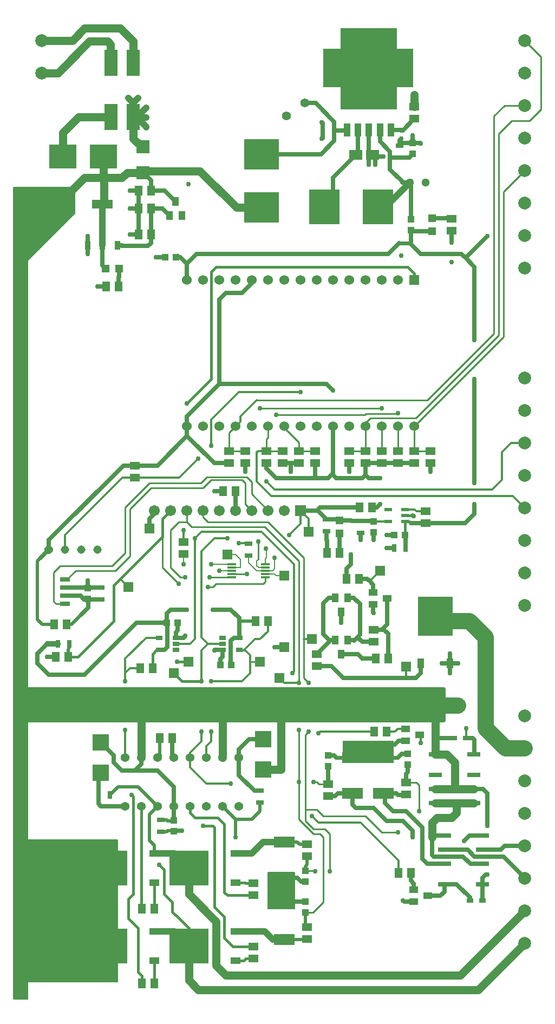
<source format=gbr>
G04 EAGLE Gerber RS-274X export*
G75*
%MOMM*%
%FSLAX34Y34*%
%LPD*%
%INTop Copper*%
%IPPOS*%
%AMOC8*
5,1,8,0,0,1.08239X$1,22.5*%
G01*
%ADD10R,1.524000X1.524000*%
%ADD11C,1.524000*%
%ADD12C,2.000000*%
%ADD13R,8.890000X12.700000*%
%ADD14R,1.066800X2.159000*%
%ADD15R,4.761800X5.511800*%
%ADD16R,2.015300X1.571800*%
%ADD17C,1.300000*%
%ADD18C,1.400000*%
%ADD19R,1.500000X1.300000*%
%ADD20R,1.200000X0.800000*%
%ADD21R,0.800000X1.200000*%
%ADD22R,1.000000X1.100000*%
%ADD23R,1.100000X1.000000*%
%ADD24R,1.200000X0.550000*%
%ADD25R,1.300000X1.500000*%
%ADD26R,1.705100X1.705100*%
%ADD27C,1.705100*%
%ADD28R,1.200000X1.200000*%
%ADD29R,4.241800X3.810000*%
%ADD30P,1.415766X8X22.500000*%
%ADD31C,1.308000*%
%ADD32R,1.600200X0.711200*%
%ADD33R,1.400000X1.000000*%
%ADD34R,1.000000X1.400000*%
%ADD35R,5.400000X6.200000*%
%ADD36R,1.000000X1.600000*%
%ADD37C,1.366500*%
%ADD38R,6.200000X5.400000*%
%ADD39R,1.600000X1.000000*%
%ADD40R,0.990000X0.690000*%
%ADD41R,2.540000X2.540000*%
%ADD42R,3.200000X1.800000*%
%ADD43R,2.000000X2.000000*%
%ADD44R,0.950000X1.320000*%
%ADD45R,3.250000X1.320000*%
%ADD46R,2.111800X4.111800*%
%ADD47R,5.511800X4.761800*%
%ADD48R,2.032000X0.711200*%
%ADD49R,1.000000X0.800000*%
%ADD50R,1.500000X1.500000*%
%ADD51R,1.419200X0.371800*%
%ADD52C,0.635000*%
%ADD53C,0.756400*%
%ADD54C,0.406400*%
%ADD55C,1.270000*%
%ADD56C,1.016000*%
%ADD57C,0.609600*%
%ADD58C,0.304800*%
%ADD59C,0.203200*%
%ADD60C,0.508000*%
%ADD61C,0.812800*%
%ADD62C,0.254000*%
%ADD63C,2.540000*%

G36*
X35580Y12704D02*
X35580Y12704D01*
X35599Y12702D01*
X35701Y12724D01*
X35803Y12740D01*
X35820Y12750D01*
X35840Y12754D01*
X35929Y12807D01*
X36020Y12856D01*
X36034Y12870D01*
X36051Y12880D01*
X36118Y12959D01*
X36190Y13034D01*
X36198Y13052D01*
X36211Y13067D01*
X36250Y13163D01*
X36293Y13257D01*
X36295Y13277D01*
X36303Y13295D01*
X36321Y13462D01*
X36321Y39371D01*
X175260Y39371D01*
X175378Y39386D01*
X175497Y39393D01*
X175535Y39406D01*
X175576Y39411D01*
X175686Y39454D01*
X175799Y39491D01*
X175834Y39513D01*
X175871Y39528D01*
X175967Y39598D01*
X176068Y39661D01*
X176096Y39691D01*
X176129Y39714D01*
X176205Y39806D01*
X176286Y39893D01*
X176306Y39928D01*
X176331Y39959D01*
X176382Y40067D01*
X176440Y40171D01*
X176450Y40211D01*
X176467Y40247D01*
X176489Y40364D01*
X176519Y40479D01*
X176523Y40540D01*
X176527Y40560D01*
X176525Y40580D01*
X176529Y40640D01*
X176529Y261620D01*
X176514Y261738D01*
X176507Y261857D01*
X176494Y261895D01*
X176489Y261936D01*
X176446Y262046D01*
X176409Y262159D01*
X176387Y262194D01*
X176372Y262231D01*
X176303Y262327D01*
X176239Y262428D01*
X176209Y262456D01*
X176186Y262489D01*
X176094Y262565D01*
X176007Y262646D01*
X175972Y262666D01*
X175941Y262691D01*
X175833Y262742D01*
X175729Y262800D01*
X175689Y262810D01*
X175653Y262827D01*
X175536Y262849D01*
X175421Y262879D01*
X175361Y262883D01*
X175341Y262887D01*
X175320Y262885D01*
X175260Y262889D01*
X36321Y262889D01*
X36321Y446406D01*
X685800Y446406D01*
X685827Y446408D01*
X685854Y446406D01*
X686078Y446428D01*
X686302Y446446D01*
X686328Y446452D01*
X686356Y446455D01*
X686574Y446512D01*
X686791Y446565D01*
X686816Y446575D01*
X686843Y446582D01*
X687049Y446673D01*
X687256Y446759D01*
X687279Y446774D01*
X687304Y446785D01*
X687493Y446907D01*
X687683Y447025D01*
X687704Y447043D01*
X687727Y447058D01*
X687894Y447208D01*
X688064Y447355D01*
X688081Y447376D01*
X688102Y447394D01*
X688243Y447569D01*
X688387Y447741D01*
X688401Y447764D01*
X688418Y447785D01*
X688530Y447980D01*
X688645Y448173D01*
X688656Y448198D01*
X688669Y448222D01*
X688749Y448432D01*
X688832Y448641D01*
X688838Y448667D01*
X688848Y448693D01*
X688893Y448913D01*
X688942Y449132D01*
X688944Y449159D01*
X688950Y449186D01*
X688974Y449580D01*
X688974Y497840D01*
X688972Y497867D01*
X688974Y497894D01*
X688952Y498118D01*
X688934Y498342D01*
X688928Y498368D01*
X688925Y498396D01*
X688868Y498614D01*
X688816Y498831D01*
X688805Y498856D01*
X688798Y498883D01*
X688707Y499089D01*
X688621Y499296D01*
X688606Y499319D01*
X688595Y499344D01*
X688473Y499533D01*
X688355Y499723D01*
X688337Y499744D01*
X688322Y499767D01*
X688172Y499934D01*
X688025Y500104D01*
X688004Y500121D01*
X687986Y500142D01*
X687811Y500283D01*
X687639Y500427D01*
X687616Y500441D01*
X687595Y500458D01*
X687400Y500570D01*
X687207Y500685D01*
X687182Y500696D01*
X687158Y500709D01*
X686948Y500789D01*
X686739Y500872D01*
X686713Y500878D01*
X686687Y500888D01*
X686467Y500933D01*
X686248Y500982D01*
X686221Y500984D01*
X686194Y500990D01*
X685800Y501014D01*
X36321Y501014D01*
X36321Y1168085D01*
X109758Y1241522D01*
X109811Y1241596D01*
X109871Y1241665D01*
X109883Y1241695D01*
X109902Y1241721D01*
X109929Y1241808D01*
X109963Y1241893D01*
X109967Y1241934D01*
X109974Y1241957D01*
X109973Y1241989D01*
X109981Y1242060D01*
X109981Y1282700D01*
X109978Y1282720D01*
X109980Y1282739D01*
X109958Y1282841D01*
X109942Y1282943D01*
X109932Y1282960D01*
X109928Y1282980D01*
X109875Y1283069D01*
X109826Y1283160D01*
X109812Y1283174D01*
X109802Y1283191D01*
X109723Y1283258D01*
X109648Y1283330D01*
X109630Y1283338D01*
X109615Y1283351D01*
X109519Y1283390D01*
X109425Y1283433D01*
X109405Y1283435D01*
X109387Y1283443D01*
X109220Y1283461D01*
X13462Y1283461D01*
X13442Y1283458D01*
X13423Y1283460D01*
X13321Y1283438D01*
X13219Y1283422D01*
X13202Y1283412D01*
X13182Y1283408D01*
X13093Y1283355D01*
X13002Y1283306D01*
X12988Y1283292D01*
X12971Y1283282D01*
X12904Y1283203D01*
X12832Y1283128D01*
X12824Y1283110D01*
X12811Y1283095D01*
X12772Y1282999D01*
X12729Y1282905D01*
X12727Y1282885D01*
X12719Y1282867D01*
X12701Y1282700D01*
X12701Y13462D01*
X12704Y13442D01*
X12702Y13423D01*
X12724Y13321D01*
X12740Y13219D01*
X12750Y13202D01*
X12754Y13182D01*
X12807Y13093D01*
X12856Y13002D01*
X12870Y12988D01*
X12880Y12971D01*
X12959Y12904D01*
X13034Y12832D01*
X13052Y12824D01*
X13067Y12811D01*
X13163Y12772D01*
X13257Y12729D01*
X13277Y12727D01*
X13295Y12719D01*
X13462Y12701D01*
X35560Y12701D01*
X35580Y12704D01*
G37*
G36*
X637560Y1439422D02*
X637560Y1439422D01*
X637579Y1439420D01*
X637681Y1439442D01*
X637783Y1439459D01*
X637800Y1439468D01*
X637820Y1439472D01*
X637909Y1439525D01*
X638000Y1439574D01*
X638014Y1439588D01*
X638031Y1439598D01*
X638098Y1439677D01*
X638170Y1439752D01*
X638178Y1439770D01*
X638191Y1439785D01*
X638230Y1439881D01*
X638273Y1439975D01*
X638275Y1439995D01*
X638283Y1440013D01*
X638301Y1440180D01*
X638301Y1498600D01*
X638298Y1498620D01*
X638300Y1498639D01*
X638278Y1498741D01*
X638262Y1498843D01*
X638252Y1498860D01*
X638248Y1498880D01*
X638195Y1498969D01*
X638146Y1499060D01*
X638132Y1499074D01*
X638122Y1499091D01*
X638043Y1499158D01*
X637968Y1499230D01*
X637950Y1499238D01*
X637935Y1499251D01*
X637839Y1499290D01*
X637745Y1499333D01*
X637725Y1499335D01*
X637707Y1499343D01*
X637540Y1499361D01*
X497840Y1499361D01*
X497820Y1499358D01*
X497801Y1499360D01*
X497699Y1499338D01*
X497597Y1499322D01*
X497580Y1499312D01*
X497560Y1499308D01*
X497471Y1499255D01*
X497380Y1499206D01*
X497366Y1499192D01*
X497349Y1499182D01*
X497282Y1499103D01*
X497211Y1499028D01*
X497202Y1499010D01*
X497189Y1498995D01*
X497150Y1498899D01*
X497107Y1498805D01*
X497105Y1498785D01*
X497097Y1498767D01*
X497079Y1498600D01*
X497079Y1440180D01*
X497082Y1440160D01*
X497080Y1440141D01*
X497102Y1440039D01*
X497119Y1439937D01*
X497128Y1439920D01*
X497132Y1439900D01*
X497185Y1439811D01*
X497234Y1439720D01*
X497248Y1439706D01*
X497258Y1439689D01*
X497337Y1439622D01*
X497412Y1439551D01*
X497430Y1439542D01*
X497445Y1439529D01*
X497541Y1439490D01*
X497635Y1439447D01*
X497655Y1439445D01*
X497673Y1439437D01*
X497840Y1439419D01*
X637540Y1439419D01*
X637560Y1439422D01*
G37*
G36*
X607080Y382782D02*
X607080Y382782D01*
X607099Y382780D01*
X607201Y382802D01*
X607303Y382819D01*
X607320Y382828D01*
X607340Y382832D01*
X607429Y382885D01*
X607520Y382934D01*
X607534Y382948D01*
X607551Y382958D01*
X607618Y383037D01*
X607690Y383112D01*
X607698Y383130D01*
X607711Y383145D01*
X607750Y383241D01*
X607793Y383335D01*
X607795Y383355D01*
X607803Y383373D01*
X607821Y383540D01*
X607821Y416560D01*
X607818Y416580D01*
X607820Y416599D01*
X607798Y416701D01*
X607782Y416803D01*
X607772Y416820D01*
X607768Y416840D01*
X607715Y416929D01*
X607666Y417020D01*
X607652Y417034D01*
X607642Y417051D01*
X607563Y417118D01*
X607488Y417190D01*
X607470Y417198D01*
X607455Y417211D01*
X607359Y417250D01*
X607265Y417293D01*
X607245Y417295D01*
X607227Y417303D01*
X607060Y417321D01*
X528320Y417321D01*
X528300Y417318D01*
X528281Y417320D01*
X528179Y417298D01*
X528077Y417282D01*
X528060Y417272D01*
X528040Y417268D01*
X527951Y417215D01*
X527860Y417166D01*
X527846Y417152D01*
X527829Y417142D01*
X527762Y417063D01*
X527691Y416988D01*
X527682Y416970D01*
X527669Y416955D01*
X527630Y416859D01*
X527587Y416765D01*
X527585Y416745D01*
X527577Y416727D01*
X527559Y416560D01*
X527559Y383540D01*
X527562Y383520D01*
X527560Y383501D01*
X527582Y383399D01*
X527599Y383297D01*
X527608Y383280D01*
X527612Y383260D01*
X527665Y383171D01*
X527714Y383080D01*
X527728Y383066D01*
X527738Y383049D01*
X527817Y382982D01*
X527892Y382911D01*
X527910Y382902D01*
X527925Y382889D01*
X528021Y382850D01*
X528115Y382807D01*
X528135Y382805D01*
X528153Y382797D01*
X528320Y382779D01*
X607060Y382779D01*
X607080Y382782D01*
G37*
G36*
X452238Y153686D02*
X452238Y153686D01*
X452357Y153693D01*
X452395Y153706D01*
X452436Y153711D01*
X452546Y153754D01*
X452659Y153791D01*
X452694Y153813D01*
X452731Y153828D01*
X452827Y153898D01*
X452928Y153961D01*
X452956Y153991D01*
X452989Y154014D01*
X453065Y154106D01*
X453146Y154193D01*
X453166Y154228D01*
X453191Y154259D01*
X453242Y154367D01*
X453300Y154471D01*
X453310Y154511D01*
X453327Y154547D01*
X453349Y154664D01*
X453379Y154779D01*
X453383Y154840D01*
X453387Y154860D01*
X453385Y154880D01*
X453389Y154940D01*
X453389Y210820D01*
X453374Y210938D01*
X453367Y211057D01*
X453354Y211095D01*
X453349Y211136D01*
X453306Y211246D01*
X453269Y211359D01*
X453247Y211394D01*
X453232Y211431D01*
X453163Y211527D01*
X453099Y211628D01*
X453069Y211656D01*
X453046Y211689D01*
X452954Y211765D01*
X452867Y211846D01*
X452832Y211866D01*
X452801Y211891D01*
X452693Y211942D01*
X452589Y212000D01*
X452549Y212010D01*
X452513Y212027D01*
X452396Y212049D01*
X452281Y212079D01*
X452221Y212083D01*
X452201Y212087D01*
X452180Y212085D01*
X452120Y212089D01*
X411480Y212089D01*
X411362Y212074D01*
X411243Y212067D01*
X411205Y212054D01*
X411164Y212049D01*
X411054Y212006D01*
X410941Y211969D01*
X410906Y211947D01*
X410869Y211932D01*
X410773Y211863D01*
X410672Y211799D01*
X410644Y211769D01*
X410611Y211746D01*
X410536Y211654D01*
X410454Y211567D01*
X410434Y211532D01*
X410409Y211501D01*
X410358Y211393D01*
X410300Y211289D01*
X410290Y211249D01*
X410273Y211213D01*
X410251Y211096D01*
X410221Y210981D01*
X410217Y210921D01*
X410213Y210901D01*
X410215Y210880D01*
X410214Y210871D01*
X410213Y210868D01*
X410214Y210864D01*
X410211Y210820D01*
X410211Y154940D01*
X410226Y154822D01*
X410233Y154703D01*
X410246Y154665D01*
X410251Y154624D01*
X410294Y154514D01*
X410331Y154401D01*
X410353Y154366D01*
X410368Y154329D01*
X410438Y154233D01*
X410501Y154132D01*
X410531Y154104D01*
X410554Y154071D01*
X410646Y153996D01*
X410733Y153914D01*
X410768Y153894D01*
X410799Y153869D01*
X410907Y153818D01*
X411011Y153760D01*
X411051Y153750D01*
X411087Y153733D01*
X411204Y153711D01*
X411319Y153681D01*
X411380Y153677D01*
X411400Y153673D01*
X411420Y153675D01*
X411480Y153671D01*
X452120Y153671D01*
X452238Y153686D01*
G37*
D10*
X640080Y1137920D03*
D11*
X614680Y1137920D03*
X589280Y1137920D03*
X563880Y1137920D03*
X538480Y1137920D03*
X513080Y1137920D03*
X487680Y1137920D03*
X462280Y1137920D03*
X436880Y1137920D03*
X411480Y1137920D03*
X386080Y1137920D03*
X360680Y1137920D03*
X335280Y1137920D03*
X309880Y1137920D03*
X284480Y1137920D03*
X640080Y909320D03*
X614680Y909320D03*
X589280Y909320D03*
X563880Y909320D03*
X538480Y909320D03*
X513080Y909320D03*
X487680Y909320D03*
X462280Y909320D03*
X436880Y909320D03*
X411480Y909320D03*
X386080Y909320D03*
X360680Y909320D03*
X335280Y909320D03*
X309880Y909320D03*
X284480Y909320D03*
D12*
X56892Y1512527D03*
X56892Y1461727D03*
D13*
X568960Y1468120D03*
D14*
X534924Y1372108D03*
X551942Y1372108D03*
X568960Y1372108D03*
X585978Y1372108D03*
X602996Y1372108D03*
D15*
X499270Y1252220D03*
X582770Y1252220D03*
D16*
X548340Y1333500D03*
X574340Y1333500D03*
D17*
X632660Y1290320D03*
X657660Y1290320D03*
D18*
X468995Y1414658D03*
X440325Y1394582D03*
D19*
X640080Y1409040D03*
X640080Y1390040D03*
D20*
X617220Y1329580D03*
X617220Y1347580D03*
D21*
X514460Y1371600D03*
X496460Y1371600D03*
D22*
X637540Y1335160D03*
X637540Y1352160D03*
X635000Y1232780D03*
X635000Y1215780D03*
D23*
X250580Y1173480D03*
X267580Y1173480D03*
D24*
X625140Y760120D03*
X625140Y769620D03*
X625140Y779120D03*
X599140Y779120D03*
X599140Y760120D03*
D20*
X556260Y760840D03*
X556260Y742840D03*
D22*
X576580Y760340D03*
X576580Y743340D03*
D25*
X573380Y782320D03*
X554380Y782320D03*
D21*
X626220Y718820D03*
X608220Y718820D03*
D23*
X625720Y739140D03*
X608720Y739140D03*
D19*
X657860Y757580D03*
X657860Y776580D03*
D26*
X462280Y777240D03*
D27*
X436880Y777240D03*
X411480Y777240D03*
X386080Y777240D03*
X360680Y777240D03*
X335280Y777240D03*
X309880Y777240D03*
X284480Y777240D03*
X259080Y777240D03*
X233680Y777240D03*
D20*
X502920Y745380D03*
X502920Y763380D03*
D25*
X341020Y807720D03*
X360020Y807720D03*
D19*
X614680Y870560D03*
X614680Y851560D03*
X589280Y870560D03*
X589280Y851560D03*
D28*
X178140Y1155700D03*
X157140Y1155700D03*
X668020Y1234780D03*
X668020Y1213780D03*
X523240Y741340D03*
X523240Y762340D03*
D25*
X158140Y1127760D03*
X177140Y1127760D03*
D19*
X698500Y1214780D03*
X698500Y1233780D03*
D25*
X503580Y711200D03*
X522580Y711200D03*
D29*
X90170Y1330960D03*
X153924Y1330960D03*
D12*
X812796Y984461D03*
X812796Y933661D03*
X812796Y882861D03*
X812796Y832061D03*
X812796Y781261D03*
X812796Y730461D03*
X812796Y679661D03*
X812796Y628861D03*
D19*
X459740Y851560D03*
X459740Y870560D03*
X485140Y870560D03*
X485140Y851560D03*
X434340Y851560D03*
X434340Y870560D03*
X408940Y870560D03*
X408940Y851560D03*
D12*
X812796Y1512527D03*
X812796Y1461727D03*
X812796Y1410927D03*
X812796Y1360127D03*
X812796Y1309327D03*
X812796Y1258527D03*
X812796Y1207727D03*
X812796Y1156927D03*
D19*
X640080Y870560D03*
X640080Y851560D03*
X350520Y870560D03*
X350520Y851560D03*
X563880Y870560D03*
X563880Y851560D03*
X538480Y851560D03*
X538480Y870560D03*
X375920Y851560D03*
X375920Y870560D03*
X665480Y851560D03*
X665480Y870560D03*
D30*
X68580Y716280D03*
D31*
X93980Y716280D03*
X119380Y716280D03*
X144780Y716280D03*
D19*
X203200Y828700D03*
X203200Y847700D03*
D32*
X93980Y631190D03*
X93980Y643890D03*
X93980Y656590D03*
X93980Y669290D03*
D25*
X76860Y599440D03*
X95860Y599440D03*
D22*
X129540Y639200D03*
X129540Y656200D03*
D20*
X149860Y638700D03*
X149860Y656700D03*
D21*
X82440Y568960D03*
X100440Y568960D03*
D25*
X79400Y548640D03*
X98400Y548640D03*
D12*
X812796Y456395D03*
X812796Y405595D03*
X812796Y354795D03*
X812796Y303995D03*
X812796Y253195D03*
X812796Y202395D03*
X812796Y151595D03*
X812796Y100795D03*
D33*
X597740Y640080D03*
X575740Y630580D03*
X575740Y649580D03*
D34*
X525780Y552880D03*
X516280Y574880D03*
X535280Y574880D03*
D35*
X673100Y611740D03*
D36*
X650300Y538740D03*
X695900Y538740D03*
D19*
X487680Y553060D03*
X487680Y534060D03*
D25*
X598780Y546100D03*
X579780Y546100D03*
D19*
X576580Y591160D03*
X576580Y572160D03*
D25*
X534060Y670560D03*
X553060Y670560D03*
D34*
X535280Y640920D03*
X525780Y618920D03*
X516280Y640920D03*
D37*
X365760Y391160D03*
X340360Y391160D03*
X314960Y391160D03*
X289560Y391160D03*
X264160Y391160D03*
X238760Y391160D03*
X213360Y391160D03*
X187960Y391160D03*
X187960Y314960D03*
X213360Y314960D03*
X238760Y314960D03*
X264160Y314960D03*
X289560Y314960D03*
X314960Y314960D03*
X340360Y314960D03*
X365760Y314960D03*
D38*
X160420Y218440D03*
D39*
X233420Y195640D03*
X233420Y241240D03*
D38*
X287420Y218440D03*
D39*
X360420Y195640D03*
X360420Y241240D03*
D38*
X160420Y96520D03*
D39*
X233420Y73720D03*
X233420Y119320D03*
D38*
X287420Y96520D03*
D39*
X360420Y73720D03*
X360420Y119320D03*
D40*
X340160Y578460D03*
X340160Y568960D03*
X340160Y559460D03*
X366060Y559460D03*
X366060Y578460D03*
X266900Y559460D03*
X266900Y568960D03*
X266900Y578460D03*
X241000Y578460D03*
X241000Y559460D03*
D20*
X398780Y321200D03*
X398780Y339200D03*
D21*
X145940Y332740D03*
X163940Y332740D03*
D22*
X264160Y292980D03*
X264160Y275980D03*
D25*
X241960Y421640D03*
X260960Y421640D03*
D41*
X403860Y419735D03*
X403860Y372745D03*
X149860Y367665D03*
X149860Y414655D03*
D19*
X472440Y236880D03*
X472440Y255880D03*
D22*
X469900Y214240D03*
X469900Y197240D03*
D42*
X436880Y203140D03*
X436880Y259140D03*
X436880Y162620D03*
X436880Y106620D03*
D19*
X472440Y107340D03*
X472440Y126340D03*
D22*
X469900Y148980D03*
X469900Y165980D03*
D43*
X215900Y1305880D03*
X215900Y1345880D03*
D44*
X129400Y1191880D03*
X152400Y1191880D03*
X175400Y1191880D03*
D45*
X152400Y1256680D03*
D25*
X208940Y1209040D03*
X227940Y1209040D03*
D34*
X266700Y1260680D03*
X276200Y1238680D03*
X257200Y1238680D03*
D25*
X227940Y1277620D03*
X208940Y1277620D03*
X208940Y1249680D03*
X227940Y1249680D03*
D46*
X165380Y1477600D03*
X165380Y1392600D03*
X200380Y1392600D03*
X200380Y1477600D03*
D47*
X401320Y1251110D03*
X401320Y1334610D03*
D23*
X253120Y601980D03*
X270120Y601980D03*
X336940Y535940D03*
X353940Y535940D03*
D19*
X627380Y352400D03*
X627380Y333400D03*
D22*
X629920Y380120D03*
X629920Y397120D03*
D42*
X591820Y391220D03*
X591820Y335220D03*
X543560Y391220D03*
X543560Y335220D03*
D19*
X505460Y330860D03*
X505460Y349860D03*
D22*
X505460Y377580D03*
X505460Y394580D03*
D48*
X746760Y193040D03*
X746760Y225040D03*
X746760Y247040D03*
X746760Y269040D03*
X686760Y269040D03*
X686760Y247040D03*
X686760Y225040D03*
X686760Y193040D03*
X673100Y396240D03*
X673100Y364240D03*
X673100Y342240D03*
X673100Y320240D03*
X733100Y320240D03*
X733100Y342240D03*
X733100Y364240D03*
X733100Y396240D03*
D33*
X661240Y175260D03*
X639240Y165760D03*
X639240Y184760D03*
D25*
X615340Y210820D03*
X634340Y210820D03*
D33*
X648540Y426720D03*
X626540Y417220D03*
X626540Y436220D03*
D25*
X577240Y431800D03*
X596240Y431800D03*
D49*
X726600Y167640D03*
X746600Y167640D03*
X721200Y421640D03*
X701200Y421640D03*
D50*
X226060Y749300D03*
X480060Y576580D03*
X429260Y515620D03*
X193040Y657860D03*
X436880Y563880D03*
X264160Y523240D03*
X398780Y541020D03*
X287020Y541020D03*
X627380Y533400D03*
X586740Y683260D03*
X474980Y744220D03*
D51*
X354787Y693260D03*
X354787Y688260D03*
X354787Y683260D03*
X354787Y678260D03*
X354787Y673260D03*
X407213Y673260D03*
X407213Y678260D03*
X407213Y683260D03*
X407213Y688260D03*
X407213Y693260D03*
D19*
X279400Y709320D03*
X279400Y728320D03*
D50*
X347980Y708660D03*
X436880Y675640D03*
D20*
X381000Y725280D03*
X381000Y707280D03*
X243840Y293480D03*
X243840Y275480D03*
D25*
X214020Y154940D03*
X233020Y154940D03*
X233020Y38100D03*
X214020Y38100D03*
D19*
X388620Y175920D03*
X388620Y194920D03*
X388620Y76860D03*
X388620Y95860D03*
D25*
X410820Y604520D03*
X391820Y604520D03*
X211480Y530860D03*
X230480Y530860D03*
D52*
X208940Y1209040D02*
X208940Y1249680D01*
X208940Y1277620D01*
X568960Y1333500D02*
X568960Y1372108D01*
X568960Y1333500D02*
X574340Y1333500D01*
X341020Y807720D02*
X327660Y807720D01*
D53*
X327660Y807720D03*
D52*
X502920Y745380D02*
X502920Y731520D01*
D53*
X502920Y731520D03*
D52*
X250580Y1173480D02*
X236220Y1173480D01*
D53*
X236220Y1173480D03*
D52*
X665480Y851560D02*
X665480Y838200D01*
D53*
X665480Y838200D03*
D52*
X538480Y838200D02*
X538480Y851560D01*
D53*
X538480Y838200D03*
D52*
X129540Y1191740D02*
X129400Y1191880D01*
X129540Y1191740D02*
X129540Y1178560D01*
D53*
X129540Y1178560D03*
D52*
X129400Y1191880D02*
X129400Y1206360D01*
X129540Y1206500D01*
D53*
X129540Y1206500D03*
D52*
X144780Y1127760D02*
X158140Y1127760D01*
D53*
X144780Y1127760D03*
D52*
X503580Y730860D02*
X503580Y711200D01*
X503580Y730860D02*
X502920Y731520D01*
X208940Y1277620D02*
X195580Y1277620D01*
D53*
X195580Y1277620D03*
X193040Y1422400D03*
X208280Y1422400D03*
X220980Y1407160D03*
X220980Y1391920D03*
X220980Y1376680D03*
D52*
X208940Y1249680D02*
X195580Y1249680D01*
D53*
X195580Y1249680D03*
D52*
X195580Y1209040D02*
X208940Y1209040D01*
D53*
X195580Y1209040D03*
D52*
X375920Y851560D02*
X375920Y838200D01*
D53*
X375920Y838200D03*
D52*
X434340Y851560D02*
X447040Y851560D01*
X459740Y851560D01*
X447040Y851560D02*
X447040Y838200D01*
D53*
X447040Y838200D03*
D52*
X129150Y656590D02*
X93980Y656590D01*
X129150Y656590D02*
X129540Y656200D01*
X130040Y656700D02*
X149860Y656700D01*
X130040Y656700D02*
X129540Y656200D01*
X129540Y668020D01*
D53*
X129540Y668020D03*
D52*
X79400Y548640D02*
X66040Y548640D01*
D53*
X66040Y548640D03*
X556260Y731520D03*
D52*
X556260Y742840D01*
X576580Y743340D02*
X576580Y731520D01*
D53*
X576580Y731520D03*
D52*
X596900Y739140D02*
X608720Y739140D01*
D53*
X596900Y739140D03*
D52*
X596900Y718820D02*
X608220Y718820D01*
D53*
X596900Y718820D03*
D54*
X625140Y769620D02*
X637463Y769620D01*
D52*
X638349Y768734D02*
X638810Y768734D01*
D53*
X638810Y768734D03*
D52*
X638349Y768734D02*
X637463Y769620D01*
D55*
X640080Y1409040D02*
X640080Y1427480D01*
D53*
X640080Y1427480D03*
D52*
X496460Y1383140D02*
X496460Y1371600D01*
X496460Y1383140D02*
X495300Y1384300D01*
D53*
X495300Y1384300D03*
D52*
X496460Y1360060D02*
X495300Y1358900D01*
D53*
X495300Y1358900D03*
D52*
X568960Y1328120D02*
X574340Y1333500D01*
X568960Y1328120D02*
X568960Y1318260D01*
D53*
X568960Y1318260D03*
D52*
X579120Y1328720D02*
X574340Y1333500D01*
X579120Y1328720D02*
X579120Y1318260D01*
D53*
X579120Y1318260D03*
D52*
X581660Y1333500D02*
X574340Y1333500D01*
X584200Y1330960D02*
X591820Y1330960D01*
X584200Y1330960D02*
X581660Y1333500D01*
D53*
X591820Y1330960D03*
X505460Y1478280D03*
X505460Y1463040D03*
X505460Y1493520D03*
X505460Y1447800D03*
X632460Y1445260D03*
X632460Y1460500D03*
X632460Y1475740D03*
X632460Y1490980D03*
D52*
X621800Y1352160D02*
X617220Y1347580D01*
X621800Y1352160D02*
X637540Y1352160D01*
X649360Y1352160D01*
X650240Y1351280D01*
D53*
X650240Y1351280D03*
D52*
X637540Y1352160D02*
X637540Y1363980D01*
D53*
X637540Y1363980D03*
D52*
X617220Y1356360D02*
X617220Y1347580D01*
X617220Y1356360D02*
X619760Y1358900D01*
D53*
X619760Y1358900D03*
D52*
X496460Y1360060D02*
X496460Y1371600D01*
X698500Y1214780D02*
X698500Y1196340D01*
D53*
X698500Y1196340D03*
D52*
X525780Y618920D02*
X525780Y601980D01*
D53*
X525780Y601980D03*
D52*
X575740Y618060D02*
X575740Y630580D01*
X575740Y618060D02*
X576580Y617220D01*
D53*
X576580Y617220D03*
D52*
X695640Y538480D02*
X695900Y538740D01*
X695640Y538480D02*
X683260Y538480D01*
D53*
X683260Y538480D03*
D52*
X695900Y538740D02*
X695900Y523300D01*
X695960Y523240D01*
D53*
X695960Y523240D03*
D52*
X695900Y538740D02*
X708400Y538740D01*
X708660Y538480D01*
D53*
X708660Y538480D03*
D52*
X695960Y538800D02*
X695900Y538740D01*
X695960Y538800D02*
X695960Y553720D01*
D53*
X695960Y553720D03*
D52*
X266900Y578460D02*
X266900Y586940D01*
X270120Y590160D02*
X270120Y601980D01*
X270120Y590160D02*
X266900Y586940D01*
X266900Y578460D02*
X278740Y578460D01*
X281940Y581660D01*
D53*
X281940Y581660D03*
D52*
X340160Y559460D02*
X340160Y548840D01*
X340360Y548640D01*
X336940Y545220D02*
X336940Y535940D01*
X336940Y545220D02*
X340360Y548640D01*
X340160Y559460D02*
X328320Y559460D01*
X327660Y558800D01*
D53*
X327660Y558800D03*
D52*
X241960Y394360D02*
X238760Y391160D01*
X265040Y276860D02*
X276860Y276860D01*
X265040Y276860D02*
X264160Y275980D01*
D53*
X276860Y276860D03*
D52*
X436880Y203140D02*
X457260Y203140D01*
X463160Y197240D02*
X469900Y197240D01*
X463160Y197240D02*
X457260Y203140D01*
X447920Y165980D02*
X469900Y165980D01*
X444560Y162620D02*
X436880Y162620D01*
X444560Y162620D02*
X447920Y165980D01*
D53*
X416560Y182880D03*
X426720Y182880D03*
X436880Y182880D03*
X447040Y182880D03*
D52*
X620640Y397120D02*
X629920Y397120D01*
X620640Y397120D02*
X614680Y391160D01*
X514740Y394580D02*
X505460Y394580D01*
X514740Y394580D02*
X518160Y391160D01*
D53*
X538480Y411480D03*
X551180Y411480D03*
X563880Y411480D03*
X576580Y411480D03*
X589280Y411480D03*
X601980Y411480D03*
D52*
X615340Y417220D02*
X626540Y417220D01*
X609600Y411480D02*
X601980Y411480D01*
X609600Y411480D02*
X615340Y417220D01*
X624180Y165760D02*
X639240Y165760D01*
X624180Y165760D02*
X622300Y167640D01*
D53*
X622300Y167640D03*
D52*
X566420Y1447800D02*
X579120Y1460500D01*
D55*
X213680Y1345880D02*
X200380Y1359180D01*
D52*
X213680Y1345880D02*
X215900Y1345880D01*
D53*
X287020Y1287780D03*
X698500Y1165860D03*
D55*
X200380Y1359180D02*
X200380Y1392600D01*
D56*
X205740Y1391920D02*
X220980Y1391920D01*
X201060Y1391920D02*
X200380Y1392600D01*
X220980Y1377080D02*
X220980Y1376680D01*
X220980Y1377080D02*
X201060Y1397000D01*
X205740Y1391920D02*
X220980Y1407160D01*
X205740Y1391920D02*
X201060Y1391920D01*
X201060Y1415180D02*
X208280Y1422400D01*
X201060Y1415180D02*
X201060Y1397000D01*
X200660Y1392880D02*
X200380Y1392600D01*
X200660Y1414780D02*
X193040Y1422400D01*
X200660Y1414780D02*
X200660Y1392880D01*
D57*
X518160Y391160D02*
X543500Y391160D01*
X543560Y391220D01*
X591880Y391160D02*
X614680Y391160D01*
X591880Y391160D02*
X591820Y391220D01*
D53*
X619760Y1176020D03*
D52*
X436880Y563880D02*
X421640Y563880D01*
D53*
X421640Y563880D03*
D58*
X381000Y725280D02*
X380066Y726214D01*
X365760Y726214D01*
D53*
X365760Y726214D03*
D58*
X279400Y728320D02*
X279400Y746760D01*
D53*
X279400Y746760D03*
D59*
X335280Y683260D02*
X354787Y683260D01*
D53*
X335280Y683260D03*
D60*
X252620Y275480D02*
X243840Y275480D01*
X252620Y275480D02*
X254000Y276860D01*
X263280Y276860D01*
X264160Y275980D01*
D54*
X269240Y541020D02*
X287020Y541020D01*
D53*
X269240Y541020D03*
D60*
X241960Y421640D02*
X241960Y394360D01*
D52*
X589280Y851560D02*
X614680Y851560D01*
X640080Y851560D01*
X589280Y851560D02*
X563880Y851560D01*
X518160Y828040D02*
X513080Y833120D01*
X518160Y828040D02*
X558800Y828040D01*
X563880Y833120D01*
X563880Y851560D01*
X513080Y835660D02*
X513080Y909320D01*
X513080Y835660D02*
X513080Y833120D01*
X350520Y851560D02*
X327000Y851560D01*
X284480Y894080D02*
X284480Y909320D01*
X284480Y894080D02*
X327000Y851560D01*
X408940Y851560D02*
X408940Y843280D01*
X424180Y828040D01*
X505460Y828040D02*
X513080Y835660D01*
X485140Y828040D02*
X424180Y828040D01*
X485140Y828040D02*
X505460Y828040D01*
X485140Y828040D02*
X485140Y851560D01*
X238100Y847700D02*
X203200Y847700D01*
X238100Y847700D02*
X284480Y894080D01*
X68580Y731520D02*
X68580Y716280D01*
X184760Y847700D02*
X203200Y847700D01*
X184760Y847700D02*
X68580Y731520D01*
X68580Y716280D02*
X55880Y703580D01*
X573380Y782320D02*
X581660Y782320D01*
X586740Y787400D01*
D53*
X586740Y787400D03*
X586740Y828040D03*
D52*
X568960Y828040D01*
X563880Y833120D01*
D61*
X82440Y568960D02*
X66040Y568960D01*
D53*
X66040Y568960D03*
D52*
X284480Y909320D02*
X284480Y924560D01*
X345440Y1117600D02*
X370840Y1117600D01*
X386080Y1132840D01*
X386080Y1137920D01*
X335280Y975360D02*
X284480Y924560D01*
X335280Y975360D02*
X335280Y1107440D01*
X345440Y1117600D01*
X249580Y559460D02*
X241000Y559460D01*
X249580Y559460D02*
X254000Y563880D01*
X254000Y601100D01*
X253120Y601980D01*
X357480Y578460D02*
X366060Y578460D01*
X357480Y578460D02*
X353060Y574040D01*
X353060Y536820D01*
X353940Y535940D01*
X66040Y568960D02*
X50800Y553720D01*
X50800Y538480D02*
X68580Y520700D01*
X50800Y538480D02*
X50800Y553720D01*
X68580Y520700D02*
X124460Y520700D01*
X253120Y601980D02*
X253120Y616340D01*
X259080Y622300D02*
X284480Y622300D01*
D53*
X284480Y622300D03*
X325120Y622300D03*
D52*
X353060Y622300D01*
X366060Y609300D02*
X366060Y604520D01*
X366060Y578460D01*
X259080Y622300D02*
X253120Y616340D01*
X353060Y622300D02*
X366060Y609300D01*
X253120Y601980D02*
X205740Y601980D01*
X124460Y520700D01*
X513080Y965200D02*
X502920Y975360D01*
D53*
X513080Y965200D03*
D52*
X502920Y975360D02*
X335280Y975360D01*
D54*
X230480Y553060D02*
X230480Y530860D01*
X236880Y559460D02*
X241000Y559460D01*
X236880Y559460D02*
X230480Y553060D01*
D60*
X366060Y604520D02*
X391820Y604520D01*
X55880Y703580D02*
X50800Y698500D01*
X50800Y607060D01*
X58420Y599440D01*
X76860Y599440D01*
D53*
X541020Y708660D03*
D52*
X541020Y693420D01*
X534060Y686460D02*
X534060Y670560D01*
X534060Y686460D02*
X541020Y693420D01*
D58*
X93980Y716280D02*
X93980Y739140D01*
X183540Y828700D02*
X203200Y828700D01*
X183540Y828700D02*
X93980Y739140D01*
D53*
X462280Y962660D03*
D58*
X365760Y962660D01*
X322580Y919480D02*
X322580Y878840D01*
D53*
X322580Y878840D03*
X302260Y858520D03*
D58*
X272440Y828700D02*
X203200Y828700D01*
X322580Y919480D02*
X365760Y962660D01*
X302260Y858520D02*
X272440Y828700D01*
D62*
X459740Y870560D02*
X485140Y870560D01*
X459740Y870560D02*
X459740Y883920D01*
X436880Y906780D02*
X436880Y909320D01*
X436880Y906780D02*
X459740Y883920D01*
D53*
X408940Y822960D03*
D58*
X421640Y810260D01*
X791421Y882861D02*
X812796Y882861D01*
X762000Y810260D02*
X421640Y810260D01*
X762000Y810260D02*
X777240Y825500D01*
X777240Y868680D01*
X791421Y882861D01*
D62*
X434340Y870560D02*
X408940Y870560D01*
X408940Y889000D01*
X411480Y891540D01*
X411480Y909320D01*
D58*
X408940Y870560D02*
X395580Y870560D01*
X393700Y868680D01*
X393700Y822960D01*
X793957Y800100D02*
X812796Y781261D01*
X416560Y800100D02*
X393700Y822960D01*
X416560Y800100D02*
X793957Y800100D01*
D54*
X170180Y604520D02*
X114300Y548640D01*
X98400Y548640D01*
X246380Y736600D02*
X246380Y764540D01*
X259080Y777240D01*
X170180Y660400D02*
X170180Y604520D01*
X170180Y660400D02*
X180340Y670560D01*
X246380Y736600D01*
X640080Y1137920D02*
X640080Y1148080D01*
X629920Y1158240D01*
X322580Y982980D02*
X284480Y944880D01*
D53*
X284480Y944880D03*
D54*
X330200Y1158240D02*
X629920Y1158240D01*
X330200Y1158240D02*
X322580Y1150620D01*
X322580Y982980D01*
D58*
X180340Y670560D02*
X193040Y657860D01*
D62*
X246380Y688340D02*
X246380Y736600D01*
X246380Y688340D02*
X271780Y662940D01*
D53*
X271780Y662940D03*
X317500Y657860D03*
D62*
X325120Y657860D01*
X330200Y662940D01*
X403860Y662940D01*
X407213Y666293D02*
X407213Y673260D01*
X407213Y666293D02*
X403860Y662940D01*
D60*
X100440Y568960D02*
X100440Y562720D01*
X98400Y560680D02*
X98400Y548640D01*
X98400Y560680D02*
X100440Y562720D01*
D52*
X637000Y1213780D02*
X668020Y1213780D01*
X637000Y1213780D02*
X635000Y1215780D01*
X635000Y1211780D02*
X635000Y1193800D01*
X635000Y1211780D02*
X637000Y1213780D01*
X615950Y1195070D02*
X599440Y1178560D01*
X284480Y1163320D02*
X284480Y1137920D01*
X299720Y1178560D02*
X599440Y1178560D01*
X299720Y1178560D02*
X284480Y1163320D01*
X274320Y1173480D02*
X267580Y1173480D01*
X274320Y1173480D02*
X284480Y1163320D01*
X635000Y1193800D02*
X650240Y1178560D01*
X734060Y1158240D02*
X734060Y1043940D01*
D53*
X734060Y1043940D03*
X734060Y982980D03*
D52*
X713740Y1178560D02*
X650240Y1178560D01*
X713740Y1178560D02*
X720090Y1172210D01*
X734060Y1158240D01*
X626220Y738640D02*
X626220Y718820D01*
X626220Y738640D02*
X625720Y739140D01*
D54*
X625140Y739720D02*
X625140Y760120D01*
D52*
X625140Y739720D02*
X625720Y739140D01*
X634340Y757580D02*
X657860Y757580D01*
D54*
X631800Y760120D02*
X625140Y760120D01*
X631800Y760120D02*
X634340Y757580D01*
D53*
X734060Y820420D03*
X734060Y787400D03*
D52*
X734060Y772160D01*
X719480Y757580D02*
X657860Y757580D01*
X734060Y820420D02*
X734060Y982980D01*
X734060Y772160D02*
X719480Y757580D01*
D57*
X635000Y1193800D02*
X633730Y1195070D01*
X615950Y1195070D01*
D52*
X720090Y1172210D02*
X754380Y1206500D01*
D53*
X754380Y1206500D03*
X347980Y734060D03*
D58*
X327660Y734060D01*
X307340Y713740D01*
X307340Y579120D01*
X317500Y568960D02*
X340160Y568960D01*
X317500Y568960D02*
X307340Y579120D01*
X317500Y568960D02*
X307340Y558800D01*
D53*
X307340Y510540D03*
X307340Y431800D03*
D58*
X307340Y416560D01*
X289560Y398780D02*
X289560Y391160D01*
X307340Y510540D02*
X307340Y558800D01*
X307340Y416560D02*
X289560Y398780D01*
X289560Y391160D02*
X289560Y375920D01*
X314960Y350520D02*
X353060Y350520D01*
D53*
X353060Y350520D03*
X480060Y299720D03*
D58*
X490220Y289560D01*
X556260Y289560D01*
X615340Y230480D02*
X615340Y210820D01*
X314960Y350520D02*
X289560Y375920D01*
X556260Y289560D02*
X615340Y230480D01*
D54*
X307340Y510540D02*
X276860Y510540D01*
X264160Y523240D01*
D53*
X297180Y734060D03*
D58*
X297180Y576580D01*
X289560Y568960D02*
X266900Y568960D01*
X289560Y568960D02*
X297180Y576580D01*
X297180Y734060D02*
X307340Y744220D01*
X452120Y525780D02*
X449580Y523240D01*
D53*
X449580Y523240D03*
X490220Y429260D03*
D58*
X401320Y744220D02*
X307340Y744220D01*
X401320Y744220D02*
X452120Y693420D01*
X452120Y525780D01*
X492760Y431800D02*
X490220Y429260D01*
X492760Y431800D02*
X577240Y431800D01*
D62*
X614680Y870560D02*
X614680Y909320D01*
D53*
X424180Y927100D03*
D62*
X562494Y927100D02*
X564526Y929132D01*
X614172Y929132D01*
X614680Y929640D01*
D53*
X614680Y929640D03*
D62*
X562494Y927100D02*
X424180Y927100D01*
X93980Y631190D02*
X80010Y631190D01*
X76200Y635000D01*
X76200Y680720D01*
X86360Y690880D02*
X167640Y690880D01*
X187960Y711200D01*
X187960Y782320D02*
X226060Y820420D01*
X305954Y820420D02*
X315606Y830072D01*
X385572Y803148D02*
X411480Y777240D01*
X377814Y830072D02*
X315606Y830072D01*
X377814Y830072D02*
X385572Y822314D01*
X385572Y803148D01*
X86360Y690880D02*
X76200Y680720D01*
X187960Y711200D02*
X187960Y782320D01*
X226060Y820420D02*
X305954Y820420D01*
D53*
X407670Y717550D03*
D59*
X407213Y701853D02*
X407213Y693260D01*
X407213Y701853D02*
X408940Y703580D01*
X408940Y716280D01*
X407670Y717550D01*
D62*
X589280Y870560D02*
X589280Y909320D01*
X110490Y683260D02*
X96520Y669290D01*
X93980Y669290D01*
X110490Y683260D02*
X172720Y683260D01*
X195580Y706120D01*
X322580Y825500D02*
X370840Y825500D01*
X195580Y779780D02*
X195580Y706120D01*
X195580Y779780D02*
X228600Y812800D01*
X309880Y812800D01*
X322580Y825500D01*
D53*
X398780Y937260D03*
D62*
X589280Y937260D01*
D53*
X589280Y937260D03*
D62*
X375920Y820420D02*
X370840Y825500D01*
X375920Y787400D02*
X386080Y777240D01*
X375920Y787400D02*
X375920Y820420D01*
D53*
X396240Y728980D03*
D62*
X396240Y701040D01*
D59*
X393700Y698500D01*
X396320Y688260D02*
X407213Y688260D01*
X393700Y690880D02*
X393700Y698500D01*
X393700Y690880D02*
X396320Y688260D01*
D62*
X640080Y909320D02*
X779780Y1049020D01*
X779780Y1276311D02*
X812796Y1309327D01*
X779780Y1276311D02*
X779780Y1049020D01*
X640080Y909320D02*
X640080Y870560D01*
X665480Y870560D01*
X563880Y909320D02*
X563880Y914400D01*
X571500Y922020D02*
X642620Y922020D01*
X571500Y922020D02*
X563880Y914400D01*
X563880Y870560D02*
X538480Y870560D01*
X563880Y870560D02*
X563880Y909320D01*
X772160Y1051560D02*
X772160Y1366520D01*
X792480Y1386840D01*
X820420Y1386840D01*
X838200Y1404620D01*
X838200Y1487123D02*
X812796Y1512527D01*
X772160Y1051560D02*
X642620Y922020D01*
X838200Y1404620D02*
X838200Y1487123D01*
X350520Y899160D02*
X350520Y870560D01*
X350520Y899160D02*
X360680Y909320D01*
X350520Y870560D02*
X375920Y870560D01*
X360680Y909320D02*
X368300Y916940D01*
X393700Y949960D02*
X660400Y949960D01*
X764540Y1054100D01*
X781007Y1410927D02*
X812796Y1410927D01*
X764540Y1394460D02*
X764540Y1054100D01*
X764540Y1394460D02*
X781007Y1410927D01*
D58*
X393700Y949960D02*
X368300Y924560D01*
X368300Y916940D01*
D52*
X551942Y1333500D02*
X551942Y1372108D01*
X551942Y1333500D02*
X548340Y1333500D01*
X513080Y1298240D01*
X513080Y1287780D01*
X513080Y1267460D01*
X513080Y1266030D02*
X499270Y1252220D01*
X513080Y1266030D02*
X513080Y1267460D01*
X602996Y1372108D02*
X619252Y1372108D01*
X619760Y1371600D01*
X621640Y1371600D01*
X640080Y1390040D01*
X489060Y777240D02*
X502920Y763380D01*
X489060Y777240D02*
X487680Y777240D01*
X462280Y777240D01*
X502920Y763380D02*
X522200Y763380D01*
X523240Y762340D01*
X540680Y762340D01*
X542180Y760840D02*
X556260Y760840D01*
X542180Y760840D02*
X540680Y762340D01*
X556260Y760840D02*
X576080Y760840D01*
X576580Y760340D01*
X576800Y760120D01*
D58*
X599140Y760120D01*
D52*
X492760Y782320D02*
X487680Y777240D01*
X492760Y782320D02*
X554380Y782320D01*
D58*
X474980Y764540D02*
X462280Y777240D01*
X474980Y764540D02*
X474980Y744220D01*
D59*
X381000Y707280D02*
X381000Y695960D01*
X393700Y683260D01*
D58*
X462280Y756920D02*
X462280Y777240D01*
X462280Y756920D02*
X444500Y739140D01*
D53*
X444500Y739140D03*
X421640Y703580D03*
D59*
X421640Y686388D02*
X418512Y683260D01*
X421640Y686388D02*
X421640Y703580D01*
X407213Y683260D02*
X393700Y683260D01*
X407213Y683260D02*
X418512Y683260D01*
D58*
X625140Y779120D02*
X640740Y779120D01*
X643280Y776580D02*
X657860Y776580D01*
X643280Y776580D02*
X640740Y779120D01*
D52*
X360680Y777240D02*
X360680Y792480D01*
X360020Y793140D02*
X360020Y807720D01*
X360020Y793140D02*
X360680Y792480D01*
D55*
X215900Y1305880D02*
X190820Y1305880D01*
X182880Y1297940D01*
D52*
X227940Y1277620D02*
X249760Y1277620D01*
X266700Y1260680D01*
X157140Y1155700D02*
X152400Y1160440D01*
X152400Y1191880D01*
X227940Y1293840D02*
X215900Y1305880D01*
X227940Y1293840D02*
X227940Y1277620D01*
D55*
X215900Y1305880D02*
X218440Y1308420D01*
X304480Y1308420D01*
X361790Y1251110D02*
X401320Y1251110D01*
X361790Y1251110D02*
X304480Y1308420D01*
D52*
X525780Y552880D02*
X552020Y552880D01*
X558800Y546100D02*
X579780Y546100D01*
X558800Y546100D02*
X552020Y552880D01*
D53*
X558800Y546100D03*
X561340Y474980D03*
D52*
X170180Y394335D02*
X149860Y414655D01*
X170180Y383540D02*
X182880Y370840D01*
X203200Y370840D01*
X213360Y381000D02*
X213360Y391160D01*
X170180Y394335D02*
X170180Y383540D01*
X203200Y370840D02*
X213360Y381000D01*
D55*
X213360Y391160D02*
X213360Y454660D01*
D52*
X203200Y370840D02*
X238760Y370840D01*
X264160Y345440D02*
X264160Y314960D01*
X264160Y345440D02*
X238760Y370840D01*
X264160Y314960D02*
X264160Y292980D01*
X263660Y293480D01*
D55*
X340360Y391160D02*
X340360Y454660D01*
X403860Y372745D02*
X431800Y372745D01*
X431800Y474980D01*
X673100Y342240D02*
X703580Y342240D01*
X733100Y342240D01*
X673100Y396240D02*
X673100Y421640D01*
X673100Y464820D01*
D52*
X673100Y421640D02*
X701200Y421640D01*
D55*
X690880Y396240D02*
X673100Y396240D01*
X703580Y383540D02*
X703580Y342240D01*
X703580Y383540D02*
X690880Y396240D01*
D52*
X746760Y193040D02*
X746760Y167800D01*
X746600Y167640D01*
X747420Y342240D02*
X733100Y342240D01*
X747420Y342240D02*
X754380Y335280D01*
X754380Y284480D01*
D53*
X754380Y284480D03*
X754380Y208280D03*
D52*
X746760Y203200D02*
X746760Y193040D01*
X751840Y208280D02*
X754380Y208280D01*
X751840Y208280D02*
X746760Y203200D01*
D63*
X673100Y464820D02*
X680720Y472440D01*
X708660Y472440D01*
D53*
X708660Y472440D03*
X86360Y1259840D03*
D55*
X124460Y1297940D01*
D53*
X431800Y474980D03*
X340360Y454660D03*
X213360Y454660D03*
D55*
X154940Y1297940D02*
X124460Y1297940D01*
X154940Y1297940D02*
X182880Y1297940D01*
X154940Y1297940D02*
X154940Y1259220D01*
X152400Y1256680D01*
D56*
X152400Y1191880D01*
D55*
X154940Y1297940D02*
X153924Y1298956D01*
X153924Y1330960D01*
D60*
X243840Y293480D02*
X252620Y293480D01*
X254000Y292100D01*
X262280Y292100D01*
X263660Y293480D01*
D59*
X309880Y767080D02*
X309880Y777240D01*
D62*
X317500Y759460D02*
X411480Y759460D01*
X467360Y703580D01*
X467360Y576580D02*
X467360Y515620D01*
X467360Y576580D02*
X467360Y703580D01*
X317500Y759460D02*
X309880Y767080D01*
D60*
X469900Y220980D02*
X469900Y214240D01*
X469900Y220980D02*
X472440Y223520D01*
X472440Y236880D01*
D62*
X469900Y214240D02*
X484260Y214240D01*
X485140Y213360D01*
D53*
X485140Y213360D03*
X508000Y213360D03*
D62*
X469900Y309880D02*
X469900Y426720D01*
X474980Y431800D01*
D53*
X474980Y431800D03*
X474980Y508000D03*
D62*
X467360Y515620D01*
D52*
X629920Y380120D02*
X629920Y368300D01*
X627380Y365760D01*
X627380Y352400D01*
D62*
X643280Y352400D01*
X647700Y347980D02*
X647700Y307340D01*
D53*
X647700Y307340D03*
X614680Y274320D03*
D62*
X589280Y274320D01*
X497840Y299720D02*
X487680Y309880D01*
X469900Y309880D01*
X643280Y352400D02*
X647700Y347980D01*
X589280Y274320D02*
X563880Y299720D01*
X497840Y299720D01*
D58*
X480060Y576580D02*
X467360Y576580D01*
D53*
X378460Y678180D03*
D62*
X378380Y678260D02*
X354787Y678260D01*
X378380Y678260D02*
X378460Y678180D01*
X469900Y309880D02*
X469900Y292100D01*
X482600Y279400D02*
X500380Y279400D01*
X508000Y271780D01*
X508000Y213360D01*
X482600Y279400D02*
X469900Y292100D01*
X284480Y759460D02*
X284480Y777240D01*
X284480Y759460D02*
X292100Y751840D01*
X406400Y751840D01*
X459740Y698500D01*
X459740Y508000D01*
D60*
X469900Y128880D02*
X472440Y126340D01*
X469900Y128880D02*
X469900Y148980D01*
D53*
X459740Y508000D03*
X459740Y434340D03*
D62*
X459740Y353060D01*
X469900Y148980D02*
X481720Y148980D01*
X497840Y165100D01*
D52*
X505460Y349860D02*
X505460Y377580D01*
D62*
X505460Y349860D02*
X490880Y349860D01*
X487680Y353060D01*
X482600Y353060D01*
D53*
X482600Y353060D03*
X459740Y353060D03*
D58*
X436880Y508000D02*
X429260Y515620D01*
X436880Y508000D02*
X459740Y508000D01*
D62*
X284480Y759460D02*
X271780Y759460D01*
X259080Y746760D01*
X259080Y688340D02*
X274320Y673100D01*
X281940Y673100D01*
D53*
X281940Y673100D03*
X320040Y673100D03*
D62*
X259080Y688340D02*
X259080Y746760D01*
X337980Y673260D02*
X354787Y673260D01*
X337980Y673260D02*
X337820Y673100D01*
X320040Y673100D01*
X497840Y266700D02*
X497840Y165100D01*
X497840Y266700D02*
X492760Y271780D01*
X482600Y271780D01*
X459740Y294640D01*
X459740Y353060D01*
D52*
X177140Y1127760D02*
X177140Y1142340D01*
X178140Y1143340D02*
X178140Y1155700D01*
X178140Y1143340D02*
X177140Y1142340D01*
X668020Y1234780D02*
X697500Y1234780D01*
X698500Y1233780D01*
X522580Y740680D02*
X522580Y711200D01*
X522580Y740680D02*
X523240Y741340D01*
X149860Y638700D02*
X130040Y638700D01*
X129540Y639200D01*
X118110Y643890D02*
X93980Y643890D01*
X123300Y638700D02*
X130040Y638700D01*
X123300Y638700D02*
X118110Y643890D01*
X130040Y638700D02*
X130040Y625340D01*
X119380Y614680D01*
D60*
X104140Y599440D01*
X95860Y599440D01*
D63*
X673100Y611740D02*
X680320Y604520D01*
X726440Y604520D01*
X751840Y579120D01*
X783125Y405595D02*
X812796Y405595D01*
X751840Y436880D02*
X751840Y579120D01*
X751840Y436880D02*
X783125Y405595D01*
D52*
X528980Y515620D02*
X510540Y534060D01*
X487680Y534060D01*
X650300Y538740D02*
X650300Y523300D01*
X627380Y515620D02*
X528980Y515620D01*
X627380Y515620D02*
X642620Y515620D01*
X650300Y523300D01*
D58*
X627380Y515620D02*
X627380Y533400D01*
D52*
X566420Y670560D02*
X553060Y670560D01*
X575740Y661240D02*
X575740Y649580D01*
X570230Y666750D02*
X566420Y670560D01*
X570230Y666750D02*
X575740Y661240D01*
D58*
X570230Y666750D02*
X586740Y683260D01*
D52*
X597740Y640080D02*
X597740Y599620D01*
X589280Y591160D01*
X576580Y591160D01*
X598780Y584860D02*
X598780Y546100D01*
X592480Y591160D02*
X576580Y591160D01*
X592480Y591160D02*
X598780Y584860D01*
X545260Y574880D02*
X535280Y574880D01*
X545260Y574880D02*
X546100Y574040D01*
X551180Y579120D01*
X554990Y582930D01*
X554990Y631190D01*
X545260Y640920D02*
X535280Y640920D01*
X545260Y640920D02*
X554990Y631190D01*
X558140Y572160D02*
X576580Y572160D01*
X558140Y572160D02*
X551180Y579120D01*
X516280Y640920D02*
X506300Y640920D01*
X507160Y574880D02*
X509500Y574880D01*
X497840Y632460D02*
X506300Y640920D01*
X497840Y632460D02*
X497840Y584200D01*
X507160Y574880D01*
X509500Y574880D02*
X487680Y553060D01*
X509500Y574880D02*
X516280Y574880D01*
D60*
X176640Y345440D02*
X163940Y332740D01*
X176640Y345440D02*
X208280Y345440D01*
X238760Y314960D01*
X226060Y302260D01*
X233420Y254260D02*
X233420Y241240D01*
X226060Y261620D02*
X226060Y302260D01*
X226060Y261620D02*
X233420Y254260D01*
D55*
X330200Y66040D02*
X345440Y50800D01*
X330200Y66040D02*
X330200Y134620D01*
D56*
X233420Y241240D02*
X233480Y241300D01*
X264560Y241300D02*
X287420Y218440D01*
X264560Y241300D02*
X233480Y241300D01*
D55*
X287420Y218440D02*
X287420Y177400D01*
X330200Y134620D01*
X712001Y50800D02*
X812796Y151595D01*
X712001Y50800D02*
X345440Y50800D01*
X287420Y42780D02*
X287420Y96520D01*
X287420Y42780D02*
X302260Y27940D01*
D54*
X248920Y215900D02*
X241300Y223520D01*
D53*
X241300Y223520D03*
X360680Y266700D03*
D60*
X360680Y294640D01*
X340360Y314960D01*
X398780Y321200D02*
X398780Y307340D01*
X386080Y294640D02*
X360680Y294640D01*
X386080Y294640D02*
X398780Y307340D01*
D54*
X287420Y124460D02*
X287420Y96520D01*
D56*
X233480Y119380D02*
X233420Y119320D01*
X264560Y119380D02*
X287420Y96520D01*
X264560Y119380D02*
X233480Y119380D01*
D54*
X261620Y149860D02*
X261620Y165100D01*
X261620Y149860D02*
X266700Y144780D01*
X267100Y144780D02*
X287420Y124460D01*
X248920Y177800D02*
X248920Y215900D01*
X248920Y177800D02*
X261620Y165100D01*
X266700Y144780D02*
X267100Y144780D01*
D55*
X739941Y27940D02*
X812796Y100795D01*
X739941Y27940D02*
X302260Y27940D01*
D54*
X213360Y203200D02*
X213360Y314960D01*
X213360Y155600D02*
X214020Y154940D01*
X213360Y155600D02*
X213360Y203200D01*
X327660Y157480D02*
X342900Y142240D01*
X327660Y281940D02*
X325120Y284480D01*
X309880Y284480D01*
D53*
X309880Y284480D03*
D54*
X327660Y281940D02*
X327660Y157480D01*
X356260Y95860D02*
X388620Y95860D01*
X342900Y109220D02*
X342900Y142240D01*
X342900Y109220D02*
X356260Y95860D01*
X342900Y287020D02*
X332740Y297180D01*
X297180Y297180D01*
X289560Y304800D01*
X289560Y314960D01*
X347320Y175920D02*
X388620Y175920D01*
X342900Y180340D02*
X342900Y287020D01*
X342900Y180340D02*
X347320Y175920D01*
D58*
X366720Y558800D02*
X366060Y559460D01*
X366720Y558800D02*
X373380Y558800D01*
X375920Y558800D01*
X383540Y551180D01*
X383540Y523240D02*
X370840Y510540D01*
X322580Y510540D01*
D53*
X322580Y510540D03*
X322580Y431800D03*
D58*
X322580Y416560D01*
X314960Y408940D02*
X314960Y391160D01*
X383540Y541020D02*
X383540Y551180D01*
X383540Y541020D02*
X383540Y523240D01*
X322580Y416560D02*
X314960Y408940D01*
D62*
X383540Y541020D02*
X398780Y541020D01*
D58*
X398780Y576580D02*
X391160Y576580D01*
X398780Y576580D02*
X410820Y588620D01*
X410820Y604520D01*
X391160Y576580D02*
X373380Y558800D01*
X241000Y578460D02*
X220320Y578460D01*
X187960Y546100D02*
X187960Y510540D01*
D53*
X187960Y510540D03*
X187960Y434340D03*
D58*
X187960Y391160D01*
X187960Y546100D02*
X220320Y578460D01*
X211480Y530860D02*
X195580Y530860D01*
X187960Y523240D01*
X187960Y510540D01*
D52*
X260960Y421640D02*
X260960Y394360D01*
X264160Y391160D01*
D53*
X198120Y332740D03*
D54*
X200660Y330200D01*
X200660Y177800D02*
X193040Y170180D01*
X193040Y139700D01*
X200660Y177800D02*
X200660Y330200D01*
X193040Y139700D02*
X208280Y124460D01*
X208280Y55880D01*
X214020Y50140D02*
X214020Y38100D01*
X214020Y50140D02*
X208280Y55880D01*
D52*
X365760Y391160D02*
X365760Y403860D01*
X381635Y419735D02*
X403860Y419735D01*
X381635Y419735D02*
X365760Y403860D01*
X389780Y339200D02*
X398780Y339200D01*
X365760Y363220D02*
X365760Y391160D01*
X365760Y363220D02*
X389780Y339200D01*
X145940Y332740D02*
X145940Y363745D01*
X149860Y367665D01*
X145940Y332740D02*
X145940Y318880D01*
X149860Y314960D01*
X187960Y314960D01*
D56*
X385820Y241240D02*
X403720Y259140D01*
X385820Y241240D02*
X360420Y241240D01*
X403720Y259140D02*
X436880Y259140D01*
D60*
X457140Y259140D01*
X460400Y255880D02*
X472440Y255880D01*
X460400Y255880D02*
X457140Y259140D01*
D56*
X436880Y106620D02*
X419160Y106620D01*
D60*
X471720Y106620D02*
X472440Y107340D01*
X471720Y106620D02*
X436880Y106620D01*
D56*
X419160Y106620D02*
X406460Y119320D01*
X360420Y119320D01*
D52*
X227940Y1209040D02*
X227940Y1249680D01*
X246200Y1249680D02*
X257200Y1238680D01*
X246200Y1249680D02*
X227940Y1249680D01*
X182260Y1191880D02*
X175400Y1191880D01*
X182260Y1191880D02*
X182880Y1191260D01*
X223520Y1191260D01*
X227940Y1195680D02*
X227940Y1209040D01*
X227940Y1195680D02*
X223520Y1191260D01*
D55*
X105367Y1512527D02*
X56892Y1512527D01*
X200380Y1511580D02*
X200380Y1477600D01*
X124460Y1531620D02*
X105367Y1512527D01*
X124460Y1531620D02*
X180340Y1531620D01*
X200380Y1511580D01*
X90170Y1367790D02*
X90170Y1330960D01*
X114980Y1392600D02*
X165380Y1392600D01*
X114980Y1392600D02*
X90170Y1367790D01*
X82507Y1461727D02*
X56892Y1461727D01*
X82507Y1461727D02*
X131880Y1511100D01*
X160220Y1511100D01*
X165100Y1506220D01*
D52*
X165100Y1477880D02*
X165380Y1477600D01*
D55*
X165100Y1477880D02*
X165100Y1506220D01*
D52*
X585978Y1372108D02*
X585978Y1354582D01*
X603360Y1329580D02*
X617220Y1329580D01*
X603360Y1329580D02*
X601980Y1330960D01*
X601980Y1338580D01*
X585978Y1354582D01*
X617220Y1329580D02*
X631960Y1329580D01*
X637540Y1335160D01*
X632660Y1290320D02*
X620870Y1290320D01*
X620870Y1291750D01*
X601980Y1310640D02*
X601980Y1330960D01*
X601980Y1310640D02*
X620870Y1291750D01*
X632660Y1290320D02*
X635000Y1287980D01*
X635000Y1232780D01*
D56*
X594560Y1252220D02*
X632660Y1290320D01*
X594560Y1252220D02*
X582770Y1252220D01*
D52*
X534416Y1371600D02*
X514460Y1371600D01*
X534416Y1371600D02*
X534924Y1372108D01*
X514460Y1371600D02*
X514460Y1385460D01*
X493870Y1334610D02*
X401320Y1334610D01*
X514460Y1355200D02*
X514460Y1371600D01*
X514460Y1355200D02*
X493870Y1334610D01*
X485262Y1414658D02*
X468995Y1414658D01*
X485262Y1414658D02*
X514460Y1385460D01*
X594300Y332740D02*
X599440Y332740D01*
X594300Y332740D02*
X591820Y335220D01*
X626720Y332740D02*
X627380Y333400D01*
X614680Y332740D02*
X612140Y335280D01*
X601980Y335280D01*
X599440Y332740D01*
X614680Y332740D02*
X626720Y332740D01*
X660400Y225040D02*
X686760Y225040D01*
X594360Y332680D02*
X591820Y335220D01*
X594360Y332680D02*
X594360Y320040D01*
X607060Y307340D01*
X652780Y232660D02*
X660400Y225040D01*
X627380Y307340D02*
X607060Y307340D01*
X627380Y307340D02*
X652780Y281940D01*
X652780Y232660D01*
X516280Y330860D02*
X505460Y330860D01*
X516280Y330860D02*
X520700Y335280D01*
X543500Y335280D01*
X543560Y335220D01*
X726240Y269040D02*
X746760Y269040D01*
X726240Y269040D02*
X717550Y260350D01*
D53*
X717550Y260350D03*
X637540Y266700D03*
D52*
X637540Y276860D01*
X622300Y292100D01*
X596900Y292100D01*
X576580Y312420D01*
X548640Y312420D01*
X543560Y317500D01*
X543560Y335220D01*
X746760Y247040D02*
X775360Y247040D01*
X781515Y253195D02*
X812796Y253195D01*
X781515Y253195D02*
X775360Y247040D01*
X723240Y247040D02*
X686760Y247040D01*
X812796Y203204D02*
X812796Y202395D01*
X734060Y236220D02*
X723240Y247040D01*
X734060Y236220D02*
X779780Y236220D01*
X812796Y203204D01*
D55*
X706120Y320240D02*
X673100Y320240D01*
X706120Y320240D02*
X733100Y320240D01*
D52*
X686760Y269040D02*
X670360Y269040D01*
X668020Y266700D01*
X668020Y238760D01*
X670560Y236220D01*
X716280Y236220D01*
X727460Y225040D02*
X746760Y225040D01*
X727460Y225040D02*
X716280Y236220D01*
D55*
X668020Y266700D02*
X668020Y289560D01*
X675640Y297180D01*
X698500Y297180D01*
X706120Y304800D01*
X706120Y320240D01*
D52*
X634340Y210820D02*
X634340Y198780D01*
X639240Y193880D02*
X639240Y184760D01*
X639240Y193880D02*
X634340Y198780D01*
X686760Y193040D02*
X706120Y193040D01*
X726600Y172560D02*
X726600Y167640D01*
X726600Y172560D02*
X706120Y193040D01*
X680720Y175260D02*
X661240Y175260D01*
X686760Y181300D02*
X686760Y193040D01*
X686760Y181300D02*
X680720Y175260D01*
D58*
X609600Y431800D02*
X596240Y431800D01*
X614020Y436220D02*
X626540Y436220D01*
X614020Y436220D02*
X609600Y431800D01*
D52*
X721200Y421640D02*
X731520Y421640D01*
X734060Y419100D01*
X734060Y397200D01*
X733100Y396240D01*
D58*
X650240Y425020D02*
X648540Y426720D01*
X650240Y425020D02*
X650240Y414020D01*
D53*
X650240Y414020D03*
X721360Y436880D03*
D58*
X721360Y421800D01*
X721200Y421640D01*
D52*
X233680Y772160D02*
X233680Y777240D01*
X233680Y772160D02*
X226060Y764540D01*
X226060Y749300D01*
D59*
X322740Y693260D02*
X354787Y693260D01*
X322740Y693260D02*
X322580Y693420D01*
D53*
X322580Y693420D03*
X279400Y693420D03*
D59*
X279400Y709320D01*
X354787Y688260D02*
X354867Y688340D01*
X368300Y688340D01*
X368300Y701040D01*
X360680Y708660D01*
X347980Y708660D01*
X407213Y678260D02*
X421560Y678260D01*
X424180Y675640D01*
X436880Y675640D01*
D54*
X233020Y182220D02*
X233020Y154940D01*
X233020Y182220D02*
X233680Y182880D01*
X233680Y195380D01*
X233420Y195640D01*
X233020Y55220D02*
X233020Y38100D01*
X233020Y55220D02*
X233680Y55880D01*
X233680Y73460D01*
D60*
X233420Y73720D01*
D54*
X376580Y194920D02*
X388620Y194920D01*
X375860Y195640D02*
X360420Y195640D01*
X375860Y195640D02*
X376580Y194920D01*
X373440Y73720D02*
X360420Y73720D01*
X376580Y76860D02*
X388620Y76860D01*
X376580Y76860D02*
X373440Y73720D01*
M02*

</source>
